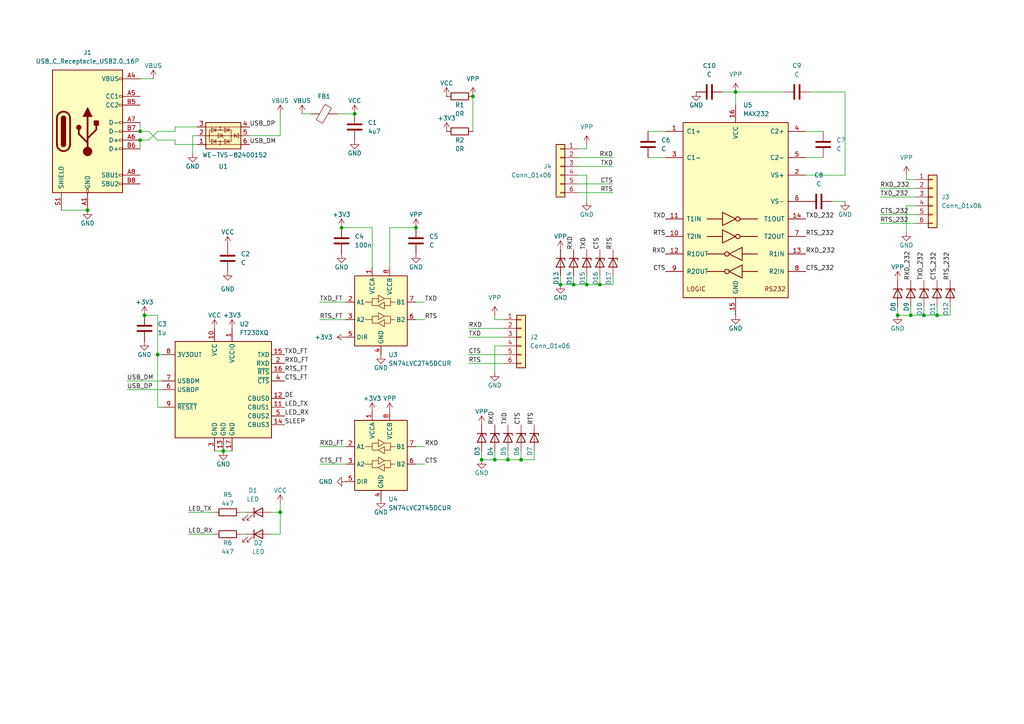
<source format=kicad_sch>
(kicad_sch (version 20250114) (generator "eeschema") (generator_version "9.0")
  (paper "A4")
  (lib_symbols
    (symbol "Connector:USB_C_Receptacle_USB2.0_16P" (pin_names (offset 1.016))
      (property "Reference" "J" (at 0 22.225 0))
      (property "Value" "USB_C_Receptacle_USB2.0_16P" (at 0 19.685 0))
      (symbol "USB_C_Receptacle_USB2.0_16P_0_0"
        (rectangle (start -0.254 -17.78) (end 0.254 -16.764))
        (rectangle (start 10.16 15.494) (end 9.144 14.986))
        (rectangle (start 10.16 10.414) (end 9.144 9.906))
        (rectangle (start 10.16 7.874) (end 9.144 7.366))
        (rectangle (start 10.16 2.794) (end 9.144 2.286))
        (rectangle (start 10.16 0.254) (end 9.144 -0.254))
        (rectangle (start 10.16 -2.286) (end 9.144 -2.794))
        (rectangle (start 10.16 -4.826) (end 9.144 -5.334))
        (rectangle (start 10.16 -12.446) (end 9.144 -12.954))
        (rectangle (start 10.16 -14.986) (end 9.144 -15.494))
      )
      (symbol "USB_C_Receptacle_USB2.0_16P_0_1"
        (rectangle (start -10.16 17.78) (end 10.16 -17.78) (stroke (width 0.254)) (fill (type background)))
        (polyline (pts (xy -8.89 -3.81) (xy -8.89 3.81)) (stroke (width 0.508)))
        (rectangle (start -7.62 -3.81) (end -6.35 3.81) (stroke (width 0.254)) (fill (type outline)))
        (arc (start -7.62 3.81) (mid -6.985 4.4423) (end -6.35 3.81) (stroke (width 0.254)))
        (arc (start -7.62 3.81) (mid -6.985 4.4423) (end -6.35 3.81) (stroke (width 0.254)) (fill (type outline)))
        (arc (start -8.89 3.81) (mid -6.985 5.7067) (end -5.08 3.81) (stroke (width 0.508)))
        (arc (start -5.08 -3.81) (mid -6.985 -5.7067) (end -8.89 -3.81) (stroke (width 0.508)))
        (arc (start -6.35 -3.81) (mid -6.985 -4.4423) (end -7.62 -3.81) (stroke (width 0.254)))
        (arc (start -6.35 -3.81) (mid -6.985 -4.4423) (end -7.62 -3.81) (stroke (width 0.254)) (fill (type outline)))
        (polyline (pts (xy -5.08 3.81) (xy -5.08 -3.81)) (stroke (width 0.508)))
        (circle (center -2.54 1.143) (radius 0.635) (stroke (width 0.254)) (fill (type outline)))
        (polyline (pts (xy -1.27 4.318) (xy 0 6.858) (xy 1.27 4.318) (xy -1.27 4.318)) (stroke (width 0.254)) (fill (type outline)))
        (polyline (pts (xy 0 -2.032) (xy 2.54 0.508) (xy 2.54 1.778)) (stroke (width 0.508)))
        (polyline (pts (xy 0 -3.302) (xy -2.54 -0.762) (xy -2.54 0.508)) (stroke (width 0.508)))
        (polyline (pts (xy 0 -5.842) (xy 0 4.318)) (stroke (width 0.508)))
        (circle (center 0 -5.842) (radius 1.27) (fill (type outline)))
        (rectangle (start 1.905 1.778) (end 3.175 3.048) (stroke (width 0.254)) (fill (type outline)))
      )
      (symbol "USB_C_Receptacle_USB2.0_16P_1_1"
        (pin passive line (at -7.62 -22.86 90) (length 5.08) (name "SHIELD") (number "S1"))
        (pin passive line (at 0 -22.86 90) (length 5.08) (name "GND") (number "A1"))
        (pin passive line (at 0 -22.86 90) (length 5.08) (hide yes) (name "GND") (number "A12"))
        (pin passive line (at 0 -22.86 90) (length 5.08) (hide yes) (name "GND") (number "B1"))
        (pin passive line (at 0 -22.86 90) (length 5.08) (hide yes) (name "GND") (number "B12"))
        (pin passive line (at 15.24 15.24 180) (length 5.08) (name "VBUS") (number "A4"))
        (pin passive line (at 15.24 15.24 180) (length 5.08) (hide yes) (name "VBUS") (number "A9"))
        (pin passive line (at 15.24 15.24 180) (length 5.08) (hide yes) (name "VBUS") (number "B4"))
        (pin passive line (at 15.24 15.24 180) (length 5.08) (hide yes) (name "VBUS") (number "B9"))
        (pin bidirectional line (at 15.24 10.16 180) (length 5.08) (name "CC1") (number "A5"))
        (pin bidirectional line (at 15.24 7.62 180) (length 5.08) (name "CC2") (number "B5"))
        (pin bidirectional line (at 15.24 2.54 180) (length 5.08) (name "D-") (number "A7"))
        (pin bidirectional line (at 15.24 0 180) (length 5.08) (name "D-") (number "B7"))
        (pin bidirectional line (at 15.24 -2.54 180) (length 5.08) (name "D+") (number "A6"))
        (pin bidirectional line (at 15.24 -5.08 180) (length 5.08) (name "D+") (number "B6"))
        (pin bidirectional line (at 15.24 -12.7 180) (length 5.08) (name "SBU1") (number "A8"))
        (pin bidirectional line (at 15.24 -15.24 180) (length 5.08) (name "SBU2") (number "B8"))
      )
    )
    (symbol "Connector_Generic:Conn_01x06" (pin_names (offset 1.016) (hide yes))
      (property "Reference" "J" (at 0 7.62 0))
      (property "Value" "Conn_01x06" (at 0 -10.16 0))
      (symbol "Conn_01x06_1_1"
        (rectangle (start -1.27 6.35) (end 1.27 -8.89) (stroke (width 0.254)) (fill (type background)))
        (rectangle (start -1.27 5.207) (end 0 4.953) (stroke (width 0.1524)))
        (rectangle (start -1.27 2.667) (end 0 2.413) (stroke (width 0.1524)))
        (rectangle (start -1.27 0.127) (end 0 -0.127) (stroke (width 0.1524)))
        (rectangle (start -1.27 -2.413) (end 0 -2.667) (stroke (width 0.1524)))
        (rectangle (start -1.27 -4.953) (end 0 -5.207) (stroke (width 0.1524)))
        (rectangle (start -1.27 -7.493) (end 0 -7.747) (stroke (width 0.1524)))
        (pin passive line (at -5.08 5.08 0) (length 3.81) (name "Pin_1") (number "1"))
        (pin passive line (at -5.08 2.54 0) (length 3.81) (name "Pin_2") (number "2"))
        (pin passive line (at -5.08 0 0) (length 3.81) (name "Pin_3") (number "3"))
        (pin passive line (at -5.08 -2.54 0) (length 3.81) (name "Pin_4") (number "4"))
        (pin passive line (at -5.08 -5.08 0) (length 3.81) (name "Pin_5") (number "5"))
        (pin passive line (at -5.08 -7.62 0) (length 3.81) (name "Pin_6") (number "6"))
      )
    )
    (symbol "Device:C" (pin_numbers (hide yes)) (pin_names (offset 0.254))
      (property "Reference" "C" (at 0.635 2.54 0))
      (property "Value" "C" (at 0.635 -2.54 0))
      (symbol "C_0_1"
        (polyline (pts (xy -2.032 0.762) (xy 2.032 0.762)) (stroke (width 0.508)))
        (polyline (pts (xy -2.032 -0.762) (xy 2.032 -0.762)) (stroke (width 0.508)))
      )
      (symbol "C_1_1"
        (pin passive line (at 0 3.81 270) (length 2.794) (name "~") (number "1"))
        (pin passive line (at 0 -3.81 90) (length 2.794) (name "~") (number "2"))
      )
    )
    (symbol "Device:D_Zener" (pin_numbers (hide yes)) (pin_names (offset 1.016) (hide yes))
      (property "Reference" "D" (at 0 2.54 0))
      (property "Value" "D_Zener" (at 0 -2.54 0))
      (symbol "D_Zener_0_1"
        (polyline (pts (xy -1.27 -1.27) (xy -1.27 1.27) (xy -0.762 1.27)) (stroke (width 0.254)))
        (polyline (pts (xy 1.27 0) (xy -1.27 0)))
        (polyline (pts (xy 1.27 -1.27) (xy 1.27 1.27) (xy -1.27 0) (xy 1.27 -1.27)) (stroke (width 0.254)))
      )
      (symbol "D_Zener_1_1"
        (pin passive line (at -3.81 0 0) (length 2.54) (name "K") (number "1"))
        (pin passive line (at 3.81 0 180) (length 2.54) (name "A") (number "2"))
      )
    )
    (symbol "Device:FerriteBead" (pin_numbers (hide yes)) (pin_names (offset 0))
      (property "Reference" "FB" (at -3.81 0.635 90))
      (property "Value" "FerriteBead" (at 3.81 0 90))
      (symbol "FerriteBead_0_1"
        (polyline (pts (xy -2.7686 0.4064) (xy -1.7018 2.2606) (xy 2.7686 -0.3048) (xy 1.6764 -2.159) (xy -2.7686 0.4064)))
        (polyline (pts (xy 0 1.27) (xy 0 1.2954)))
        (polyline (pts (xy 0 -1.27) (xy 0 -1.2192)))
      )
      (symbol "FerriteBead_1_1"
        (pin passive line (at 0 3.81 270) (length 2.54) (name "~") (number "1"))
        (pin passive line (at 0 -3.81 90) (length 2.54) (name "~") (number "2"))
      )
    )
    (symbol "Device:LED" (pin_numbers (hide yes)) (pin_names (offset 1.016) (hide yes))
      (property "Reference" "D" (at 0 2.54 0))
      (property "Value" "LED" (at 0 -2.54 0))
      (symbol "LED_0_1"
        (polyline (pts (xy -3.048 -0.762) (xy -4.572 -2.286) (xy -3.81 -2.286) (xy -4.572 -2.286) (xy -4.572 -1.524)))
        (polyline (pts (xy -1.778 -0.762) (xy -3.302 -2.286) (xy -2.54 -2.286) (xy -3.302 -2.286) (xy -3.302 -1.524)))
        (polyline (pts (xy -1.27 0) (xy 1.27 0)))
        (polyline (pts (xy -1.27 -1.27) (xy -1.27 1.27)) (stroke (width 0.254)))
        (polyline (pts (xy 1.27 -1.27) (xy 1.27 1.27) (xy -1.27 0) (xy 1.27 -1.27)) (stroke (width 0.254)))
      )
      (symbol "LED_1_1"
        (pin passive line (at -3.81 0 0) (length 2.54) (name "K") (number "1"))
        (pin passive line (at 3.81 0 180) (length 2.54) (name "A") (number "2"))
      )
    )
    (symbol "Device:R" (pin_numbers (hide yes)) (pin_names (offset 0))
      (property "Reference" "R" (at 2.032 0 90))
      (property "Value" "R" (at 0 0 90))
      (symbol "R_0_1"
        (rectangle (start -1.016 -2.54) (end 1.016 2.54) (stroke (width 0.254)))
      )
      (symbol "R_1_1"
        (pin passive line (at 0 3.81 270) (length 1.27) (name "~") (number "1"))
        (pin passive line (at 0 -3.81 90) (length 1.27) (name "~") (number "2"))
      )
    )
    (symbol "GND_1" (power) (pin_numbers (hide yes)) (pin_names (offset 0) (hide yes))
      (property "Value" "GND" (at 0 -3.81 0))
      (symbol "GND_1_0_1"
        (polyline (pts (xy 0 0) (xy 0 -1.27) (xy 1.27 -1.27) (xy 0 -2.54) (xy -1.27 -1.27) (xy 0 -1.27)))
      )
      (symbol "GND_1_1_1"
        (pin power_in line (at 0 0 270) (length 0) (name "~") (number "1"))
      )
    )
    (symbol "Interface_UART:MAX232" (pin_names (offset 1.016))
      (property "Reference" "U" (at -2.54 28.575 0))
      (property "Value" "MAX232" (at -2.54 26.67 0))
      (symbol "MAX232_0_0"
        (text "LOGIC" (at -11.43 -22.86 0) (effects (font (size 1.27 1.27))))
        (text "RS232" (at 11.43 -22.86 0) (effects (font (size 1.27 1.27))))
      )
      (symbol "MAX232_0_1"
        (rectangle (start -15.24 -25.4) (end 15.24 25.4) (stroke (width 0.254)) (fill (type background)))
        (polyline (pts (xy -3.81 -0.635) (xy -3.81 -4.445) (xy 0 -2.54) (xy -3.81 -0.635)) (stroke (width 0.254)))
        (polyline (pts (xy -3.81 -2.54) (xy -8.255 -2.54)) (stroke (width 0.254)))
        (polyline (pts (xy -3.81 -5.715) (xy -3.81 -9.525) (xy 0 -7.62) (xy -3.81 -5.715)) (stroke (width 0.254)))
        (polyline (pts (xy -3.81 -7.62) (xy -8.255 -7.62)) (stroke (width 0.254)))
        (polyline (pts (xy -3.175 -12.7) (xy -8.255 -12.7)) (stroke (width 0.254)))
        (polyline (pts (xy -3.175 -17.78) (xy -8.255 -17.78)) (stroke (width 0.254)))
        (circle (center -2.54 -12.7) (radius 0.635) (stroke (width 0.254)))
        (circle (center -2.54 -17.78) (radius 0.635) (stroke (width 0.254)))
        (circle (center 0.635 -2.54) (radius 0.635) (stroke (width 0.254)))
        (circle (center 0.635 -7.62) (radius 0.635) (stroke (width 0.254)))
        (polyline (pts (xy 1.27 -2.54) (xy 6.35 -2.54)) (stroke (width 0.254)))
        (polyline (pts (xy 1.27 -7.62) (xy 6.35 -7.62)) (stroke (width 0.254)))
        (polyline (pts (xy 1.905 -10.795) (xy 1.905 -14.605) (xy -1.905 -12.7) (xy 1.905 -10.795)) (stroke (width 0.254)))
        (polyline (pts (xy 1.905 -12.7) (xy 6.35 -12.7)) (stroke (width 0.254)))
        (polyline (pts (xy 1.905 -15.875) (xy 1.905 -19.685) (xy -1.905 -17.78) (xy 1.905 -15.875)) (stroke (width 0.254)))
        (polyline (pts (xy 1.905 -17.78) (xy 6.35 -17.78)) (stroke (width 0.254)))
      )
      (symbol "MAX232_1_1"
        (pin passive line (at -20.32 22.86 0) (length 5.08) (name "C1+") (number "1"))
        (pin passive line (at -20.32 15.24 0) (length 5.08) (name "C1-") (number "3"))
        (pin input line (at -20.32 -2.54 0) (length 5.08) (name "T1IN") (number "11"))
        (pin input line (at -20.32 -7.62 0) (length 5.08) (name "T2IN") (number "10"))
        (pin output line (at -20.32 -12.7 0) (length 5.08) (name "R1OUT") (number "12"))
        (pin output line (at -20.32 -17.78 0) (length 5.08) (name "R2OUT") (number "9"))
        (pin power_in line (at 0 30.48 270) (length 5.08) (name "VCC") (number "16"))
        (pin power_in line (at 0 -30.48 90) (length 5.08) (name "GND") (number "15"))
        (pin passive line (at 20.32 22.86 180) (length 5.08) (name "C2+") (number "4"))
        (pin passive line (at 20.32 15.24 180) (length 5.08) (name "C2-") (number "5"))
        (pin power_out line (at 20.32 10.16 180) (length 5.08) (name "VS+") (number "2"))
        (pin power_out line (at 20.32 2.54 180) (length 5.08) (name "VS-") (number "6"))
        (pin output line (at 20.32 -2.54 180) (length 5.08) (name "T1OUT") (number "14"))
        (pin output line (at 20.32 -7.62 180) (length 5.08) (name "T2OUT") (number "7"))
        (pin input line (at 20.32 -12.7 180) (length 5.08) (name "R1IN") (number "13"))
        (pin input line (at 20.32 -17.78 180) (length 5.08) (name "R2IN") (number "8"))
      )
    )
    (symbol "Interface_USB:FT230XQ"
      (property "Reference" "U" (at -13.97 15.24 0))
      (property "Value" "FT230XQ" (at 7.62 15.24 0))
      (symbol "FT230XQ_0_1"
        (rectangle (start -13.97 13.97) (end 13.97 -13.97) (stroke (width 0.254)) (fill (type background)))
      )
      (symbol "FT230XQ_1_1"
        (pin power_out line (at -17.78 10.16 0) (length 3.81) (name "3V3OUT") (number "8"))
        (pin bidirectional line (at -17.78 2.54 0) (length 3.81) (name "USBDM") (number "7"))
        (pin bidirectional line (at -17.78 0 0) (length 3.81) (name "USBDP") (number "6"))
        (pin input line (at -17.78 -5.08 0) (length 3.81) (name "~{RESET}") (number "9"))
        (pin power_in line (at -2.54 17.78 270) (length 3.81) (name "VCC") (number "10"))
        (pin power_in line (at -2.54 -17.78 90) (length 3.81) (name "GND") (number "3"))
        (pin power_in line (at 0 -17.78 90) (length 3.81) (name "GND") (number "13"))
        (pin power_in line (at 2.54 17.78 270) (length 3.81) (name "VCCIO") (number "1"))
        (pin power_in line (at 2.54 -17.78 90) (length 3.81) (name "GND") (number "17"))
        (pin output line (at 17.78 10.16 180) (length 3.81) (name "TXD") (number "15"))
        (pin input line (at 17.78 7.62 180) (length 3.81) (name "RXD") (number "2"))
        (pin output line (at 17.78 5.08 180) (length 3.81) (name "~{RTS}") (number "16"))
        (pin input line (at 17.78 2.54 180) (length 3.81) (name "~{CTS}") (number "4"))
        (pin bidirectional line (at 17.78 -2.54 180) (length 3.81) (name "CBUS0") (number "12"))
        (pin bidirectional line (at 17.78 -5.08 180) (length 3.81) (name "CBUS1") (number "11"))
        (pin bidirectional line (at 17.78 -7.62 180) (length 3.81) (name "CBUS2") (number "5"))
        (pin bidirectional line (at 17.78 -10.16 180) (length 3.81) (name "CBUS3") (number "14"))
      )
    )
    (symbol "Logic_LevelTranslator:SN74LVC2T45DCUR"
      (property "Reference" "U" (at -6.35 11.43 0))
      (property "Value" "SN74LVC2T45DCUR" (at 3.81 11.43 0))
      (symbol "SN74LVC2T45DCUR_0_1"
        (rectangle (start -7.62 10.16) (end 7.62 -10.16) (stroke (width 0.254)) (fill (type background)))
        (polyline (pts (xy -2.54 2.54) (xy -2.54 3.556) (xy -0.762 3.556)))
        (polyline (pts (xy -0.762 2.54) (xy -0.762 4.572) (xy 1.016 3.556) (xy -0.762 2.54)))
        (polyline (pts (xy -0.762 1.524) (xy -2.54 1.524) (xy -2.54 2.54) (xy -4.572 2.54)))
        (polyline (pts (xy 1.016 3.556) (xy 2.794 3.556) (xy 2.794 2.54) (xy 4.064 2.54)))
        (polyline (pts (xy 1.016 2.54) (xy 1.016 0.762) (xy 1.016 0.508) (xy -0.762 1.524) (xy 1.016 2.54)))
        (polyline (pts (xy 2.794 2.54) (xy 2.794 1.524) (xy 1.016 1.524)))
      )
      (symbol "SN74LVC2T45DCUR_1_1"
        (polyline (pts (xy -2.54 -2.54) (xy -2.54 -1.524) (xy -0.762 -1.524)))
        (polyline (pts (xy -0.762 -2.54) (xy -0.762 -0.508) (xy 1.016 -1.524) (xy -0.762 -2.54)))
        (polyline (pts (xy -0.762 -3.556) (xy -2.54 -3.556) (xy -2.54 -2.54) (xy -4.572 -2.54)))
        (polyline (pts (xy 1.016 -1.524) (xy 2.794 -1.524) (xy 2.794 -2.54) (xy 4.064 -2.54)))
        (polyline (pts (xy 1.016 -2.54) (xy 1.016 -4.318) (xy 1.016 -4.572) (xy -0.762 -3.556) (xy 1.016 -2.54)))
        (polyline (pts (xy 2.794 -2.54) (xy 2.794 -3.556) (xy 1.016 -3.556)))
        (pin bidirectional line (at -10.16 2.54 0) (length 2.54) (name "A1") (number "2"))
        (pin bidirectional line (at -10.16 -2.54 0) (length 2.54) (name "A2") (number "3"))
        (pin input line (at -10.16 -7.62 0) (length 2.54) (name "DIR") (number "5"))
        (pin power_in line (at -2.54 12.7 270) (length 2.54) (name "VCCA") (number "1"))
        (pin power_in line (at 0 -12.7 90) (length 2.54) (name "GND") (number "4"))
        (pin power_in line (at 2.54 12.7 270) (length 2.54) (name "VCCB") (number "8"))
        (pin bidirectional line (at 10.16 2.54 180) (length 2.54) (name "B1") (number "7"))
        (pin bidirectional line (at 10.16 -2.54 180) (length 2.54) (name "B2") (number "6"))
      )
    )
    (symbol "Power_Protection:WE-TVS-82400102"
      (property "Reference" "U" (at 0 7.62 0))
      (property "Value" "WE-TVS-82400102" (at 0 5.08 0))
      (symbol "WE-TVS-82400102_0_1"
        (polyline (pts (xy -5.08 2.54) (xy 5.08 2.54)))
        (polyline (pts (xy -5.08 -2.54) (xy 5.08 -2.54)))
        (rectangle (start -4.064 1.651) (end 2.286 -1.651))
        (circle (center -4.064 0) (radius 0.127))
        (polyline (pts (xy -4.064 0) (xy -5.08 0)))
        (polyline (pts (xy -4.064 0) (xy 2.286 0)) (fill (type outline)))
        (polyline (pts (xy -3.429 1.016) (xy -3.429 2.286) (xy -2.159 1.651) (xy -3.429 1.016)))
        (polyline (pts (xy -3.429 -1.016) (xy -3.429 -2.286) (xy -2.159 -1.651) (xy -3.429 -1.016)))
        (polyline (pts (xy -2.159 2.286) (xy -2.159 1.016)))
        (polyline (pts (xy -2.159 -1.016) (xy -2.159 -2.286)))
        (circle (center -0.889 2.54) (radius 0.127))
        (circle (center -0.889 1.651) (radius 0.127))
        (polyline (pts (xy -0.889 1.651) (xy -0.889 2.54)))
        (circle (center -0.889 -1.651) (radius 0.127))
        (polyline (pts (xy -0.889 -1.651) (xy -0.889 -2.413)))
        (circle (center -0.889 -2.54) (radius 0.127))
        (polyline (pts (xy -0.508 -0.635) (xy -0.508 -0.635)))
        (polyline (pts (xy 0 0.635) (xy -0.254 0.381) (xy -0.254 -0.381) (xy -0.508 -0.635)))
        (polyline (pts (xy 0.381 1.016) (xy 0.381 2.286) (xy 1.651 1.651) (xy 0.381 1.016)))
        (polyline (pts (xy 0.381 -1.016) (xy 0.381 -2.286) (xy 1.651 -1.651) (xy 0.381 -1.016)))
        (polyline (pts (xy 1.651 2.286) (xy 1.651 1.016)))
        (polyline (pts (xy 1.651 -1.016) (xy 1.651 -2.286)))
        (polyline (pts (xy 2.286 0) (xy 5.08 0)))
        (circle (center 2.286 0) (radius 0.127))
      )
      (symbol "WE-TVS-82400102_1_1"
        (rectangle (start -5.08 3.81) (end 5.08 -3.81) (stroke (width 0.254)) (fill (type background)))
        (polyline (pts (xy -1.524 0.635) (xy -1.524 -0.635) (xy -0.254 0) (xy -1.524 0.635)))
        (polyline (pts (xy 3.175 0.635) (xy 3.175 -0.635)))
        (polyline (pts (xy 4.445 0.635) (xy 4.445 -0.635) (xy 3.175 0) (xy 4.445 0.635)))
        (pin passive line (at -7.62 2.54 0) (length 2.54) (name "~") (number "1"))
        (pin passive line (at -7.62 0 0) (length 2.54) (name "~") (number "2"))
        (pin passive line (at -7.62 -2.54 0) (length 2.54) (name "~") (number "3"))
        (pin passive line (at 7.62 2.54 180) (length 2.54) (name "~") (number "6"))
        (pin passive line (at 7.62 0 180) (length 2.54) (name "~") (number "5"))
        (pin passive line (at 7.62 -2.54 180) (length 2.54) (name "~") (number "4"))
      )
    )
    (symbol "VCC_1" (power) (pin_numbers (hide yes)) (pin_names (offset 0) (hide yes))
      (property "Value" "VCC" (at 0 3.556 0))
      (symbol "VCC_1_0_1"
        (polyline (pts (xy -0.762 1.27) (xy 0 2.54)))
        (polyline (pts (xy 0 2.54) (xy 0.762 1.27)))
        (polyline (pts (xy 0 0) (xy 0 2.54)))
      )
      (symbol "VCC_1_1_1"
        (pin power_in line (at 0 0 90) (length 0) (name "~") (number "1"))
      )
    )
    (symbol "VCC_2" (power) (pin_numbers (hide yes)) (pin_names (offset 0) (hide yes))
      (property "Value" "VCC" (at 0 3.556 0))
      (symbol "VCC_2_0_1"
        (polyline (pts (xy -0.762 1.27) (xy 0 2.54)))
        (polyline (pts (xy 0 2.54) (xy 0.762 1.27)))
        (polyline (pts (xy 0 0) (xy 0 2.54)))
      )
      (symbol "VCC_2_1_1"
        (pin power_in line (at 0 0 90) (length 0) (name "~") (number "1"))
      )
    )
    (symbol "VCC_3" (power) (pin_numbers (hide yes)) (pin_names (offset 0) (hide yes))
      (property "Value" "VCC" (at 0 3.556 0))
      (symbol "VCC_3_0_1"
        (polyline (pts (xy -0.762 1.27) (xy 0 2.54)))
        (polyline (pts (xy 0 2.54) (xy 0.762 1.27)))
        (polyline (pts (xy 0 0) (xy 0 2.54)))
      )
      (symbol "VCC_3_1_1"
        (pin power_in line (at 0 0 90) (length 0) (name "~") (number "1"))
      )
    )
    (symbol "power:+3V3" (power) (pin_names (offset 0))
      (property "Value" "+3V3" (at 0 3.556 0))
      (symbol "+3V3_0_1"
        (polyline (pts (xy -0.762 1.27) (xy 0 2.54)))
        (polyline (pts (xy 0 2.54) (xy 0.762 1.27)))
        (polyline (pts (xy 0 0) (xy 0 2.54)))
      )
      (symbol "+3V3_1_1"
        (pin power_in line (at 0 0 90) (length 0) (hide yes) (name "+3V3") (number "1"))
      )
    )
    (symbol "power:GND" (power) (pin_names (offset 0))
      (property "Value" "GND" (at 0 -3.81 0))
      (symbol "GND_0_1"
        (polyline (pts (xy 0 0) (xy 0 -1.27) (xy 1.27 -1.27) (xy 0 -2.54) (xy -1.27 -1.27) (xy 0 -1.27)))
      )
      (symbol "GND_1_1"
        (pin power_in line (at 0 0 270) (length 0) (hide yes) (name "GND") (number "1"))
      )
    )
    (symbol "power:GNDS" (power) (pin_names (offset 0))
      (property "Value" "GNDS" (at 0 -3.81 0))
      (symbol "GNDS_0_1"
        (polyline (pts (xy 0 0) (xy 0 -1.27) (xy 1.27 -1.27) (xy 0 -2.54) (xy -1.27 -1.27) (xy 0 -1.27)))
      )
      (symbol "GNDS_1_1"
        (pin power_in line (at 0 0 270) (length 0) (hide yes) (name "GNDS") (number "1"))
      )
    )
    (symbol "power:VBUS" (power) (pin_names (offset 0))
      (property "Value" "VBUS" (at 0 3.81 0))
      (symbol "VBUS_0_1"
        (polyline (pts (xy -0.762 1.27) (xy 0 2.54)))
        (polyline (pts (xy 0 2.54) (xy 0.762 1.27)))
        (polyline (pts (xy 0 0) (xy 0 2.54)))
      )
      (symbol "VBUS_1_1"
        (pin power_in line (at 0 0 90) (length 0) (hide yes) (name "VBUS") (number "1"))
      )
    )
    (symbol "power:VCC" (power) (pin_names (offset 0))
      (property "Value" "VCC" (at 0 3.81 0))
      (symbol "VCC_0_1"
        (polyline (pts (xy -0.762 1.27) (xy 0 2.54)))
        (polyline (pts (xy 0 2.54) (xy 0.762 1.27)))
        (polyline (pts (xy 0 0) (xy 0 2.54)))
      )
      (symbol "VCC_1_1"
        (pin power_in line (at 0 0 90) (length 0) (hide yes) (name "VCC") (number "1"))
      )
    )
    (symbol "power:VPP" (power) (pin_names (offset 0))
      (property "Value" "VDDS" (at 0 5.08 0))
      (symbol "VPP_0_1"
        (polyline (pts (xy -0.762 1.27) (xy 0 2.54)))
        (polyline (pts (xy 0 2.54) (xy 0.762 1.27)))
        (polyline (pts (xy 0 0) (xy 0 2.54)))
      )
      (symbol "VPP_1_1"
        (pin power_in line (at 0 0 90) (length 0) (hide yes) (name "VPP") (number "1"))
      )
    )
  )
  (junction (at 264.16 91.44))
  (junction (at 45.72 102.87))
  (junction (at 64.77 130.81))
  (junction (at 99.06 66.04))
  (junction (at 40.64 40.64))
  (junction (at 173.99 82.55))
  (junction (at 267.97 91.44))
  (junction (at 120.65 66.04))
  (junction (at 25.4 60.96))
  (junction (at 271.78 91.44))
  (junction (at 166.37 82.55))
  (junction (at 40.64 38.1))
  (junction (at 147.32 133.35))
  (junction (at 151.13 133.35))
  (junction (at 213.36 26.67))
  (junction (at 81.28 148.59))
  (junction (at 260.35 91.44))
  (junction (at 41.91 91.44))
  (junction (at 139.7 133.35))
  (junction (at 137.16 27.94))
  (junction (at 162.56 82.55))
  (junction (at 170.18 82.55))
  (junction (at 102.87 33.02))
  (junction (at 143.51 133.35))
  (wire (pts (xy 262.89 59.69) (xy 265.43 59.69)))
  (wire (pts (xy 245.11 26.67) (xy 245.11 50.8)))
  (wire (pts (xy 147.32 133.35) (xy 151.13 133.35)))
  (wire (pts (xy 123.19 87.63) (xy 120.65 87.63)))
  (wire (pts (xy 36.83 113.03) (xy 46.99 113.03)))
  (wire (pts (xy 137.16 27.94) (xy 137.16 38.1)))
  (wire (pts (xy 36.83 110.49) (xy 46.99 110.49)))
  (wire (pts (xy 275.59 91.44) (xy 275.59 88.9)))
  (wire (pts (xy 123.19 134.62) (xy 120.65 134.62)))
  (wire (pts (xy 45.72 91.44) (xy 45.72 102.87)))
  (wire (pts (xy 166.37 82.55) (xy 170.18 82.55)))
  (wire (pts (xy 92.71 129.54) (xy 100.33 129.54)))
  (wire (pts (xy 92.71 92.71) (xy 100.33 92.71)))
  (wire (pts (xy 151.13 133.35) (xy 151.13 130.81)))
  (wire (pts (xy 139.7 133.35) (xy 143.51 133.35)))
  (wire (pts (xy 177.8 45.72) (xy 167.64 45.72)))
  (wire (pts (xy 57.15 39.37) (xy 55.88 39.37)))
  (wire (pts (xy 255.27 64.77) (xy 265.43 64.77)))
  (wire (pts (xy 162.56 82.55) (xy 166.37 82.55)))
  (wire (pts (xy 54.61 148.59) (xy 62.23 148.59)))
  (wire (pts (xy 255.27 62.23) (xy 265.43 62.23)))
  (wire (pts (xy 50.8 36.83) (xy 50.8 38.1)))
  (wire (pts (xy 177.8 48.26) (xy 167.64 48.26)))
  (wire (pts (xy 255.27 57.15) (xy 265.43 57.15)))
  (wire (pts (xy 170.18 43.18) (xy 167.64 43.18)))
  (wire (pts (xy 97.79 33.02) (xy 102.87 33.02)))
  (wire (pts (xy 166.37 82.55) (xy 166.37 80.01)))
  (wire (pts (xy 46.99 118.11) (xy 45.72 118.11)))
  (wire (pts (xy 177.8 53.34) (xy 167.64 53.34)))
  (wire (pts (xy 177.8 55.88) (xy 167.64 55.88)))
  (wire (pts (xy 92.71 87.63) (xy 100.33 87.63)))
  (wire (pts (xy 71.12 148.59) (xy 69.85 148.59)))
  (wire (pts (xy 45.72 102.87) (xy 46.99 102.87)))
  (wire (pts (xy 143.51 92.71) (xy 146.05 92.71)))
  (wire (pts (xy 271.78 91.44) (xy 275.59 91.44)))
  (wire (pts (xy 264.16 91.44) (xy 267.97 91.44)))
  (wire (pts (xy 40.64 38.1) (xy 43.18 38.1)))
  (wire (pts (xy 40.64 22.86) (xy 44.45 22.86)))
  (wire (pts (xy 62.23 130.81) (xy 64.77 130.81)))
  (wire (pts (xy 170.18 41.91) (xy 170.18 43.18)))
  (wire (pts (xy 267.97 91.44) (xy 271.78 91.44)))
  (wire (pts (xy 71.12 154.94) (xy 69.85 154.94)))
  (wire (pts (xy 81.28 146.05) (xy 81.28 148.59)))
  (wire (pts (xy 170.18 58.42) (xy 170.18 50.8)))
  (wire (pts (xy 173.99 82.55) (xy 173.99 80.01)))
  (wire (pts (xy 260.35 91.44) (xy 260.35 88.9)))
  (wire (pts (xy 170.18 82.55) (xy 170.18 80.01)))
  (wire (pts (xy 72.39 39.37) (xy 81.28 39.37)))
  (wire (pts (xy 213.36 26.67) (xy 227.33 26.67)))
  (wire (pts (xy 55.88 39.37) (xy 55.88 44.45)))
  (wire (pts (xy 113.03 77.47) (xy 113.03 66.04)))
  (wire (pts (xy 41.91 91.44) (xy 45.72 91.44)))
  (wire (pts (xy 45.72 118.11) (xy 45.72 102.87)))
  (wire (pts (xy 262.89 52.07) (xy 265.43 52.07)))
  (wire (pts (xy 50.8 41.91) (xy 57.15 41.91)))
  (wire (pts (xy 177.8 82.55) (xy 177.8 80.01)))
  (wire (pts (xy 135.89 102.87) (xy 146.05 102.87)))
  (wire (pts (xy 234.95 26.67) (xy 245.11 26.67)))
  (wire (pts (xy 170.18 50.8) (xy 167.64 50.8)))
  (wire (pts (xy 143.51 133.35) (xy 143.51 130.81)))
  (wire (pts (xy 139.7 133.35) (xy 139.7 130.81)))
  (wire (pts (xy 260.35 91.44) (xy 264.16 91.44)))
  (wire (pts (xy 87.63 33.02) (xy 90.17 33.02)))
  (wire (pts (xy 264.16 91.44) (xy 264.16 88.9)))
  (wire (pts (xy 135.89 97.79) (xy 146.05 97.79)))
  (wire (pts (xy 143.51 133.35) (xy 147.32 133.35)))
  (wire (pts (xy 54.61 154.94) (xy 62.23 154.94)))
  (wire (pts (xy 162.56 82.55) (xy 162.56 80.01)))
  (wire (pts (xy 151.13 133.35) (xy 154.94 133.35)))
  (wire (pts (xy 143.51 107.95) (xy 143.51 100.33)))
  (wire (pts (xy 45.72 40.64) (xy 43.18 38.1)))
  (wire (pts (xy 40.64 35.56) (xy 40.64 38.1)))
  (wire (pts (xy 170.18 82.55) (xy 173.99 82.55)))
  (wire (pts (xy 262.89 67.31) (xy 262.89 59.69)))
  (wire (pts (xy 143.51 91.44) (xy 143.51 92.71)))
  (wire (pts (xy 40.64 40.64) (xy 40.64 43.18)))
  (wire (pts (xy 233.68 38.1) (xy 238.76 38.1)))
  (wire (pts (xy 107.95 66.04) (xy 99.06 66.04)))
  (wire (pts (xy 17.78 60.96) (xy 25.4 60.96)))
  (wire (pts (xy 245.11 58.42) (xy 241.3 58.42)))
  (wire (pts (xy 233.68 45.72) (xy 238.76 45.72)))
  (wire (pts (xy 233.68 50.8) (xy 245.11 50.8)))
  (wire (pts (xy 187.96 38.1) (xy 193.04 38.1)))
  (wire (pts (xy 271.78 91.44) (xy 271.78 88.9)))
  (wire (pts (xy 113.03 66.04) (xy 120.65 66.04)))
  (wire (pts (xy 135.89 105.41) (xy 146.05 105.41)))
  (wire (pts (xy 92.71 134.62) (xy 100.33 134.62)))
  (wire (pts (xy 135.89 95.25) (xy 146.05 95.25)))
  (wire (pts (xy 78.74 154.94) (xy 81.28 154.94)))
  (wire (pts (xy 45.72 40.64) (xy 50.8 40.64)))
  (wire (pts (xy 64.77 130.81) (xy 67.31 130.81)))
  (wire (pts (xy 81.28 39.37) (xy 81.28 33.02)))
  (wire (pts (xy 78.74 148.59) (xy 81.28 148.59)))
  (wire (pts (xy 81.28 148.59) (xy 81.28 154.94)))
  (wire (pts (xy 123.19 129.54) (xy 120.65 129.54)))
  (wire (pts (xy 40.64 40.64) (xy 43.18 40.64)))
  (wire (pts (xy 107.95 77.47) (xy 107.95 66.04)))
  (wire (pts (xy 209.55 26.67) (xy 213.36 26.67)))
  (wire (pts (xy 57.15 36.83) (xy 50.8 36.83)))
  (wire (pts (xy 173.99 82.55) (xy 177.8 82.55)))
  (wire (pts (xy 154.94 133.35) (xy 154.94 130.81)))
  (wire (pts (xy 187.96 45.72) (xy 193.04 45.72)))
  (wire (pts (xy 213.36 26.67) (xy 213.36 30.48)))
  (wire (pts (xy 147.32 133.35) (xy 147.32 130.81)))
  (wire (pts (xy 267.97 91.44) (xy 267.97 88.9)))
  (wire (pts (xy 43.18 40.64) (xy 45.72 38.1)))
  (wire (pts (xy 45.72 38.1) (xy 50.8 38.1)))
  (wire (pts (xy 262.89 50.8) (xy 262.89 52.07)))
  (wire (pts (xy 50.8 40.64) (xy 50.8 41.91)))
  (wire (pts (xy 143.51 100.33) (xy 146.05 100.33)))
  (wire (pts (xy 123.19 92.71) (xy 120.65 92.71)))
  (wire (pts (xy 255.27 54.61) (xy 265.43 54.61)))
  (label "RTS_232" (at 255.27 64.77 0))
  (label "TXD_232" (at 267.97 81.28 90))
  (label "RXD_FT" (at 82.55 105.41 0))
  (label "RTS_FT" (at 92.71 92.71 0))
  (label "USB_DM" (at 36.83 110.49 0))
  (label "RXD_232" (at 255.27 54.61 0))
  (label "TXD_232" (at 233.68 63.5 0))
  (label "RXD" (at 123.19 129.54 0))
  (label "LED_RX" (at 82.55 120.65 0))
  (label "RXD_FT" (at 92.71 129.54 0))
  (label "TXD" (at 123.19 87.63 0))
  (label "USB_DP" (at 36.83 113.03 0))
  (label "TXD" (at 193.04 63.5 180))
  (label "RXD_232" (at 233.68 73.66 0))
  (label "CTS_FT" (at 92.71 134.62 0))
  (label "LED_RX" (at 54.61 154.94 0))
  (label "RTS" (at 177.8 55.88 180))
  (label "CTS_232" (at 233.68 78.74 0))
  (label "RTS_232" (at 275.59 81.28 90))
  (label "CTS" (at 177.8 53.34 180))
  (label "SLEEP" (at 82.55 123.19 0))
  (label "TXD_232" (at 255.27 57.15 0))
  (label "RXD" (at 166.37 72.39 90))
  (label "CTS" (at 123.19 134.62 0))
  (label "LED_TX" (at 82.55 118.11 0))
  (label "CTS" (at 193.04 78.74 180))
  (label "CTS" (at 135.89 102.87 0))
  (label "TXD" (at 147.32 123.19 90))
  (label "CTS_232" (at 271.78 81.28 90))
  (label "RXD" (at 177.8 45.72 180))
  (label "RTS" (at 154.94 123.19 90))
  (label "TXD_FT" (at 82.55 102.87 0))
  (label "LED_TX" (at 54.61 148.59 0))
  (label "USB_DM" (at 72.39 41.91 0))
  (label "RTS" (at 123.19 92.71 0))
  (label "CTS_FT" (at 82.55 110.49 0))
  (label "RXD_232" (at 264.16 81.28 90))
  (label "DE" (at 82.55 115.57 0))
  (label "RXD" (at 135.89 95.25 0))
  (label "RTS" (at 193.04 68.58 180))
  (label "RTS" (at 177.8 72.39 90))
  (label "TXD" (at 170.18 72.39 90))
  (label "RTS_FT" (at 82.55 107.95 0))
  (label "TXD" (at 177.8 48.26 180))
  (label "CTS" (at 173.99 72.39 90))
  (label "RTS" (at 135.89 105.41 0))
  (label "CTS" (at 151.13 123.19 90))
  (label "RXD" (at 143.51 123.19 90))
  (label "USB_DP" (at 72.39 36.83 0))
  (label "TXD" (at 135.89 97.79 0))
  (label "CTS_232" (at 255.27 62.23 0))
  (label "TXD_FT" (at 92.71 87.63 0))
  (label "RXD" (at 193.04 73.66 180))
  (label "RTS_232" (at 233.68 68.58 0))
  (symbol (lib_name "VCC_3") (lib_id "power:VCC") (at 100.33 97.79 90) (unit 1)
    (property "Reference" "#PWR020" (effects (hide yes)))
    (property "Value" "+3V3" (at 96.52 97.7899 90) (effects (justify left)))
    (property "Description" "Power symbol creates a global label with name \"VCC\"" (effects (hide yes)))
  )
  (symbol (lib_id "Device:R") (at 133.35 38.1 270) (unit 1)
    (property "Reference" "R2" (at 133.35 40.64 90))
    (property "Value" "0R" (at 133.35 43.18 90))
    (property "Footprint" "Resistor_SMD:R_0402_1005Metric" (effects (hide yes)))
  )
  (symbol (lib_id "Connector_Generic:Conn_01x06") (at 162.56 48.26 0) (mirror y) (unit 1)
    (property "Reference" "J4" (at 160.02 48.26 0) (effects (justify left)))
    (property "Value" "Conn_01x06" (at 160.02 50.8 0) (effects (justify left)))
    (property "Footprint" "Connector_PinHeader_2.54mm:PinHeader_1x06_P2.54mm_Vertical" (effects (hide yes)))
  )
  (symbol (lib_id "Connector_Generic:Conn_01x06") (at 151.13 97.79 0) (unit 1)
    (property "Reference" "J2" (at 153.67 97.79 0) (effects (justify left)))
    (property "Value" "Conn_01x06" (at 153.67 100.33 0) (effects (justify left)))
    (property "Footprint" "Connector_PinHeader_2.54mm:PinHeader_1x06_P2.54mm_Horizontal" (effects (hide yes)))
  )
  (symbol (lib_id "Device:LED") (at 74.93 148.59 0) (unit 1)
    (property "Reference" "D1" (at 73.3425 142.24 0))
    (property "Value" "LED" (at 73.3425 144.78 0))
    (property "Footprint" "LED_SMD:LED_0603_1608Metric" (effects (hide yes)))
    (property "text" "TXD" (effects (hide yes)))
  )
  (symbol (lib_id "Device:C") (at 66.04 74.93 0) (unit 1)
    (property "Reference" "C2" (at 69.85 73.66 0) (effects (justify left)))
    (property "Value" "C" (at 69.85 76.2 0) (effects (justify left)))
    (property "Footprint" "Capacitor_SMD:C_0402_1005Metric" (effects (hide yes)))
  )
  (symbol (lib_id "power:GND") (at 64.77 130.81 0) (unit 1)
    (property "Reference" "#PWR021" (effects (hide yes)))
    (property "Value" "GND" (at 64.77 134.62 0))
  )
  (symbol (lib_id "power:GNDS") (at 170.18 58.42 0) (mirror y) (unit 1)
    (property "Reference" "#PWR033" (effects (hide yes)))
    (property "Value" "GND" (at 170.18 62.23 0))
  )
  (symbol (lib_name "VCC_1") (lib_id "power:VCC") (at 99.06 66.04 0) (unit 1)
    (property "Reference" "#PWR08" (effects (hide yes)))
    (property "Value" "+3V3" (at 99.06 62.23 0))
    (property "Description" "Power symbol creates a global label with name \"VCC\"" (effects (hide yes)))
  )
  (symbol (lib_id "Connector:USB_C_Receptacle_USB2.0_16P") (at 25.4 38.1 0) (unit 1)
    (property "Reference" "J1" (at 25.4 15.24 0))
    (property "Value" "USB_C_Receptacle_USB2.0_16P" (at 25.4 17.78 0))
    (property "Footprint" "all_gk_fp_Ki8:USB_C_Receptacle_Wuerth_629722000214" (effects (hide yes)))
    (property "Datasheet" "https://www.usb.org/sites/default/files/documents/usb_type-c.zip" (effects (hide yes)))
    (property "Description" "USB 2.0-only 16P Type-C Receptacle connector" (effects (hide yes)))
  )
  (symbol (lib_id "Device:D_Zener") (at 154.94 127 270) (unit 1)
    (property "Reference" "D7" (at 153.67 129.54 0) (effects (justify left)))
    (property "Value" "D_Zener" (effects (hide yes)))
    (property "Footprint" "Diode_SMD:D_SOD-523" (effects (hide yes)))
  )
  (symbol (lib_id "Device:D_Zener") (at 267.97 85.09 270) (unit 1)
    (property "Reference" "D10" (at 266.7 87.63 0) (effects (justify left)))
    (property "Value" "D_Zener" (effects (hide yes)))
    (property "Footprint" "Diode_SMD:D_SOD-523" (effects (hide yes)))
  )
  (symbol (lib_id "Device:D_Zener") (at 275.59 85.09 270) (unit 1)
    (property "Reference" "D12" (at 274.32 87.63 0) (effects (justify left)))
    (property "Value" "D_Zener" (effects (hide yes)))
    (property "Footprint" "Diode_SMD:D_SOD-523" (effects (hide yes)))
  )
  (symbol (lib_id "Device:C") (at 41.91 95.25 0) (unit 1)
    (property "Reference" "C3" (at 45.72 93.98 0) (effects (justify left)))
    (property "Value" "1u" (at 45.72 96.52 0) (effects (justify left)))
    (property "Footprint" "Capacitor_SMD:C_0402_1005Metric" (effects (hide yes)))
  )
  (symbol (lib_id "power:GND") (at 55.88 44.45 0) (unit 1)
    (property "Reference" "#PWR018" (effects (hide yes)))
    (property "Value" "GND" (at 55.88 48.26 0))
  )
  (symbol (lib_id "power:GNDS") (at 213.36 91.44 0) (unit 1)
    (property "Reference" "#PWR036" (effects (hide yes)))
    (property "Value" "GND" (at 213.36 95.25 0))
  )
  (symbol (lib_id "power:GND") (at 25.4 60.96 0) (unit 1)
    (property "Reference" "#PWR017" (effects (hide yes)))
    (property "Value" "GND" (at 25.4 64.77 0))
  )
  (symbol (lib_id "Logic_LevelTranslator:SN74LVC2T45DCUR") (at 110.49 90.17 0) (unit 1)
    (property "Reference" "U3" (at 112.6333 102.87 0) (effects (justify left)))
    (property "Value" "SN74LVC2T45DCUR" (at 112.6333 105.41 0) (effects (justify left)))
    (property "Footprint" "Package_SO:VSSOP-8_2.3x2mm_P0.5mm" (effects (hide yes)))
    (property "Datasheet" "http://www.ti.com/lit/ds/symlink/sn74lvc2t45.pdf" (effects (hide yes)))
    (property "Description" "Dual-Bit Dual-Supply Bus Transceiver With Configurable Voltage Translation and 3-State Outputs, VSSOP-8" (effects (hide yes)))
  )
  (symbol (lib_id "power:VPP") (at 213.36 26.67 0) (unit 1)
    (property "Reference" "#PWR034" (effects (hide yes)))
    (property "Value" "VPP" (at 213.36 21.59 0))
  )
  (symbol (lib_name "VCC_2") (lib_id "power:VCC") (at 107.95 119.38 0) (unit 1)
    (property "Reference" "#PWR019" (effects (hide yes)))
    (property "Value" "+3V3" (at 107.95 115.57 0))
    (property "Description" "Power symbol creates a global label with name \"VCC\"" (effects (hide yes)))
  )
  (symbol (lib_id "power:VPP") (at 170.18 41.91 0) (mirror y) (unit 1)
    (property "Reference" "#PWR032" (effects (hide yes)))
    (property "Value" "VPP" (at 170.18 36.83 0))
  )
  (symbol (lib_id "Device:C") (at 187.96 41.91 0) (unit 1)
    (property "Reference" "C6" (at 191.77 40.64 0) (effects (justify left)))
    (property "Value" "C" (at 191.77 43.18 0) (effects (justify left)))
    (property "Footprint" "Capacitor_SMD:C_0402_1005Metric" (effects (hide yes)))
  )
  (symbol (lib_id "power:+3V3") (at 81.28 146.05 0) (unit 1)
    (property "Reference" "#PWR023" (effects (hide yes)))
    (property "Value" "VCC" (at 81.28 142.24 0))
  )
  (symbol (lib_id "Device:C") (at 120.65 69.85 0) (unit 1)
    (property "Reference" "C5" (at 124.46 68.58 0) (effects (justify left)))
    (property "Value" "C" (at 124.46 71.12 0) (effects (justify left)))
    (property "Footprint" "Capacitor_SMD:C_0402_1005Metric" (effects (hide yes)))
  )
  (symbol (lib_id "Device:C") (at 99.06 69.85 0) (unit 1)
    (property "Reference" "C4" (at 102.87 68.58 0) (effects (justify left)))
    (property "Value" "100n" (at 102.87 71.12 0) (effects (justify left)))
    (property "Footprint" "Capacitor_SMD:C_0402_1005Metric" (effects (hide yes)))
  )
  (symbol (lib_id "Device:FerriteBead") (at 93.98 33.02 90) (unit 1)
    (property "Reference" "FB1" (at 93.98 27.94 90))
    (property "Value" "FerriteBead" (effects (hide yes)))
    (property "Footprint" "Inductor_SMD:L_0402_1005Metric" (effects (hide yes)))
  )
  (symbol (lib_id "power:VPP") (at 262.89 50.8 0) (unit 1)
    (property "Reference" "#PWR06" (effects (hide yes)))
    (property "Value" "VPP" (at 262.89 45.72 0))
  )
  (symbol (lib_id "Interface_UART:MAX232") (at 213.36 60.96 0) (unit 1)
    (property "Reference" "U5" (at 215.5033 30.48 0) (effects (justify left)))
    (property "Value" "MAX232" (at 215.5033 33.02 0) (effects (justify left)))
    (property "Footprint" "Package_SO:TSSOP-16_4.4x5mm_P0.65mm" (effects (hide yes)))
    (property "Datasheet" "http://www.ti.com/lit/ds/symlink/max232.pdf" (effects (hide yes)))
    (property "Description" "Dual RS232 driver/receiver, 5V supply, 120kb/s, 0C-70C" (effects (hide yes)))
  )
  (symbol (lib_id "Device:D_Zener") (at 271.78 85.09 270) (unit 1)
    (property "Reference" "D11" (at 270.51 87.63 0) (effects (justify left)))
    (property "Value" "D_Zener" (effects (hide yes)))
    (property "Footprint" "Diode_SMD:D_SOD-523" (effects (hide yes)))
  )
  (symbol (lib_id "power:VPP") (at 162.56 72.39 0) (unit 1)
    (property "Reference" "#PWR040" (effects (hide yes)))
    (property "Value" "VPP" (at 162.56 68.58 0))
  )
  (symbol (lib_id "power:GNDS") (at 262.89 67.31 0) (unit 1)
    (property "Reference" "#PWR031" (effects (hide yes)))
    (property "Value" "GND" (at 262.89 71.12 0))
  )
  (symbol (lib_id "power:GNDS") (at 139.7 133.35 0) (unit 1)
    (property "Reference" "#PWR028" (effects (hide yes)))
    (property "Value" "GND" (at 139.7 137.16 0))
  )
  (symbol (lib_id "Device:D_Zener") (at 264.16 85.09 270) (unit 1)
    (property "Reference" "D9" (at 262.89 87.63 0) (effects (justify left)))
    (property "Value" "D_Zener" (effects (hide yes)))
    (property "Footprint" "Diode_SMD:D_SOD-523" (effects (hide yes)))
  )
  (symbol (lib_id "Device:C") (at 231.14 26.67 90) (unit 1)
    (property "Reference" "C9" (at 231.14 19.05 90))
    (property "Value" "C" (at 231.14 21.59 90))
    (property "Footprint" "Capacitor_SMD:C_0402_1005Metric" (effects (hide yes)))
  )
  (symbol (lib_id "Device:C") (at 102.87 36.83 0) (unit 1)
    (property "Reference" "C1" (at 106.68 35.56 0) (effects (justify left)))
    (property "Value" "4u7" (at 106.68 38.1 0) (effects (justify left)))
    (property "Footprint" "Capacitor_SMD:C_0402_1005Metric" (effects (hide yes)))
  )
  (symbol (lib_id "Device:D_Zener") (at 151.13 127 270) (unit 1)
    (property "Reference" "D6" (at 149.86 129.54 0) (effects (justify left)))
    (property "Value" "D_Zener" (effects (hide yes)))
    (property "Footprint" "Diode_SMD:D_SOD-523" (effects (hide yes)))
  )
  (symbol (lib_id "Device:R") (at 66.04 154.94 270) (unit 1)
    (property "Reference" "R6" (at 66.04 157.48 90))
    (property "Value" "4k7" (at 66.04 160.02 90))
    (property "Footprint" "Resistor_SMD:R_0402_1005Metric" (effects (hide yes)))
  )
  (symbol (lib_id "power:VPP") (at 139.7 123.19 0) (unit 1)
    (property "Reference" "#PWR027" (effects (hide yes)))
    (property "Value" "VPP" (at 139.7 119.38 0))
  )
  (symbol (lib_id "power:VPP") (at 143.51 91.44 0) (unit 1)
    (property "Reference" "#PWR026" (effects (hide yes)))
    (property "Value" "VPP" (at 143.51 86.36 0))
  )
  (symbol (lib_id "power:GNDS") (at 245.11 58.42 0) (unit 1)
    (property "Reference" "#PWR035" (effects (hide yes)))
    (property "Value" "GND" (at 245.11 62.23 0))
  )
  (symbol (lib_id "Device:D_Zener") (at 173.99 76.2 270) (unit 1)
    (property "Reference" "D16" (at 172.72 78.74 0) (effects (justify left)))
    (property "Value" "D_Zener" (effects (hide yes)))
    (property "Footprint" "Diode_SMD:D_SOD-523" (effects (hide yes)))
  )
  (symbol (lib_id "Device:LED") (at 74.93 154.94 0) (unit 1)
    (property "Reference" "D2" (at 74.93 157.48 0))
    (property "Value" "LED" (at 74.93 160.02 0))
    (property "Footprint" "LED_SMD:LED_0603_1608Metric" (effects (hide yes)))
    (property "text" "RXD" (effects (hide yes)))
  )
  (symbol (lib_id "Connector_Generic:Conn_01x06") (at 270.51 57.15 0) (unit 1)
    (property "Reference" "J3" (at 273.05 57.15 0) (effects (justify left)))
    (property "Value" "Conn_01x06" (at 273.05 59.69 0) (effects (justify left)))
    (property "Footprint" "Connector_PinHeader_2.54mm:PinHeader_1x06_P2.54mm_Vertical" (effects (hide yes)))
  )
  (symbol (lib_id "Device:D_Zener") (at 260.35 85.09 270) (unit 1)
    (property "Reference" "D8" (at 259.08 87.63 0) (effects (justify left)))
    (property "Value" "D_Zener" (effects (hide yes)))
    (property "Footprint" "Diode_SMD:D_SOD-523" (effects (hide yes)))
  )
  (symbol (lib_id "Logic_LevelTranslator:SN74LVC2T45DCUR") (at 110.49 132.08 0) (unit 1)
    (property "Reference" "U4" (at 112.6333 144.78 0) (effects (justify left)))
    (property "Value" "SN74LVC2T45DCUR" (at 112.6333 147.32 0) (effects (justify left)))
    (property "Footprint" "Package_SO:VSSOP-8_2.3x2mm_P0.5mm" (effects (hide yes)))
    (property "Datasheet" "http://www.ti.com/lit/ds/symlink/sn74lvc2t45.pdf" (effects (hide yes)))
    (property "Description" "Dual-Bit Dual-Supply Bus Transceiver With Configurable Voltage Translation and 3-State Outputs, VSSOP-8" (effects (hide yes)))
  )
  (symbol (lib_id "Device:C") (at 238.76 41.91 0) (unit 1)
    (property "Reference" "C7" (at 242.57 40.64 0) (effects (justify left)))
    (property "Value" "C" (at 242.57 43.18 0) (effects (justify left)))
    (property "Footprint" "Capacitor_SMD:C_0402_1005Metric" (effects (hide yes)))
  )
  (symbol (lib_id "power:GND") (at 110.49 144.78 0) (unit 1)
    (property "Reference" "#PWR030" (effects (hide yes)))
    (property "Value" "GND" (at 110.49 148.59 0))
  )
  (symbol (lib_id "Power_Protection:WE-TVS-82400102") (at 64.77 39.37 0) (mirror x) (unit 1)
    (property "Reference" "U1" (at 64.77 48.26 0))
    (property "Value" "WE-TVS-82400152" (at 68.072 44.958 0))
    (property "Footprint" "Package_TO_SOT_SMD:SOT-563" (effects (hide yes)))
    (property "Datasheet" "https://www.we-online.com/components/products/datasheet/82400102.pdf" (effects (hide yes)))
  )
  (symbol (lib_id "power:GND") (at 99.06 73.66 0) (unit 1)
    (property "Reference" "#PWR013" (effects (hide yes)))
    (property "Value" "GND" (at 99.06 77.47 0))
  )
  (symbol (lib_id "power:VPP") (at 120.65 66.04 0) (unit 1)
    (property "Reference" "#PWR09" (effects (hide yes)))
    (property "Value" "VPP" (at 120.65 62.23 0))
  )
  (symbol (lib_name "VCC_1") (lib_id "power:VCC") (at 102.87 33.02 0) (unit 1)
    (property "Reference" "#PWR02" (effects (hide yes)))
    (property "Value" "VCC" (at 102.87 29.21 0))
    (property "Description" "Power symbol creates a global label with name \"VCC\"" (effects (hide yes)))
  )
  (symbol (lib_id "Interface_USB:FT230XQ") (at 64.77 113.03 0) (unit 1)
    (property "Reference" "U2" (at 69.5041 93.98 0) (effects (justify left)))
    (property "Value" "FT230XQ" (at 69.5041 96.52 0) (effects (justify left)))
    (property "Footprint" "Package_DFN_QFN:QFN-16-1EP_4x4mm_P0.65mm_EP2.1x2.1mm" (effects (hide yes)))
    (property "Datasheet" "https://www.ftdichip.com/Support/Documents/DataSheets/ICs/DS_FT230X.pdf" (effects (hide yes)))
  )
  (symbol (lib_id "Device:R") (at 66.04 148.59 270) (unit 1)
    (property "Reference" "R5" (at 66.04 143.51 90))
    (property "Value" "4k7" (at 66.04 146.05 90))
    (property "Footprint" "Resistor_SMD:R_0402_1005Metric" (effects (hide yes)))
  )
  (symbol (lib_id "power:GND") (at 102.87 40.64 0) (unit 1)
    (property "Reference" "#PWR04" (effects (hide yes)))
    (property "Value" "GND" (at 102.87 44.45 0))
  )
  (symbol (lib_id "power:GND") (at 120.65 73.66 0) (unit 1)
    (property "Reference" "#PWR014" (effects (hide yes)))
    (property "Value" "GND" (at 120.65 77.47 0))
  )
  (symbol (lib_id "power:VBUS") (at 44.45 22.86 0) (unit 1)
    (property "Reference" "#PWR015" (effects (hide yes)))
    (property "Value" "VBUS" (at 44.45 19.05 0))
  )
  (symbol (lib_id "power:GND") (at 66.04 78.74 0) (unit 1)
    (property "Reference" "#PWR05" (effects (hide yes)))
    (property "Value" "GND" (at 66.04 83.82 0))
  )
  (symbol (lib_name "VCC_1") (lib_id "power:VCC") (at 129.54 27.94 0) (unit 1)
    (property "Reference" "#PWR043" (effects (hide yes)))
    (property "Value" "VCC" (at 129.54 24.13 0))
    (property "Description" "Power symbol creates a global label with name \"VCC\"" (effects (hide yes)))
  )
  (symbol (lib_id "power:GND") (at 110.49 102.87 0) (unit 1)
    (property "Reference" "#PWR022" (effects (hide yes)))
    (property "Value" "GND" (at 110.49 106.68 0))
  )
  (symbol (lib_id "Device:C") (at 237.49 58.42 90) (unit 1)
    (property "Reference" "C8" (at 237.49 50.8 90))
    (property "Value" "C" (at 237.49 53.34 90))
    (property "Footprint" "Capacitor_SMD:C_0402_1005Metric" (effects (hide yes)))
  )
  (symbol (lib_name "GND_1") (lib_id "power:GND") (at 100.33 139.7 270) (unit 1)
    (property "Reference" "#PWR024" (effects (hide yes)))
    (property "Value" "GND" (at 96.52 139.6999 90) (effects (justify right)))
    (property "Description" "Power symbol creates a global label with name \"GND\" , ground" (effects (hide yes)))
  )
  (symbol (lib_id "power:+3V3") (at 41.91 91.44 0) (unit 1)
    (property "Reference" "#PWR07" (effects (hide yes)))
    (property "Value" "+3V3" (at 41.91 87.63 0))
  )
  (symbol (lib_name "VCC_1") (lib_id "power:VCC") (at 129.54 38.1 0) (unit 1)
    (property "Reference" "#PWR042" (effects (hide yes)))
    (property "Value" "+3V3" (at 129.54 34.29 0))
    (property "Description" "Power symbol creates a global label with name \"VCC\"" (effects (hide yes)))
  )
  (symbol (lib_id "power:GNDS") (at 201.93 26.67 0) (unit 1)
    (property "Reference" "#PWR037" (effects (hide yes)))
    (property "Value" "GND" (at 201.93 30.48 0))
  )
  (symbol (lib_id "Device:D_Zener") (at 139.7 127 270) (unit 1)
    (property "Reference" "D3" (at 138.43 129.54 0) (effects (justify left)))
    (property "Value" "D_Zener" (effects (hide yes)))
    (property "Footprint" "Diode_SMD:D_SOD-523" (effects (hide yes)))
  )
  (symbol (lib_id "power:VBUS") (at 87.63 33.02 0) (unit 1)
    (property "Reference" "#PWR01" (effects (hide yes)))
    (property "Value" "VBUS" (at 87.63 29.21 0))
  )
  (symbol (lib_id "power:VCC") (at 66.04 71.12 0) (unit 1)
    (property "Reference" "#PWR03" (effects (hide yes)))
    (property "Value" "VCC" (at 66.04 67.31 0))
  )
  (symbol (lib_id "power:GNDS") (at 143.51 107.95 0) (unit 1)
    (property "Reference" "#PWR025" (effects (hide yes)))
    (property "Value" "GND" (at 143.51 111.76 0))
  )
  (symbol (lib_id "power:VBUS") (at 81.28 33.02 0) (unit 1)
    (property "Reference" "#PWR016" (effects (hide yes)))
    (property "Value" "VBUS" (at 81.28 29.21 0))
  )
  (symbol (lib_id "Device:D_Zener") (at 143.51 127 270) (unit 1)
    (property "Reference" "D4" (at 142.24 129.54 0) (effects (justify left)))
    (property "Value" "D_Zener" (effects (hide yes)))
    (property "Footprint" "Diode_SMD:D_SOD-523" (effects (hide yes)))
  )
  (symbol (lib_id "Device:R") (at 133.35 27.94 270) (unit 1)
    (property "Reference" "R1" (at 133.35 30.48 90))
    (property "Value" "0R" (at 133.35 33.02 90))
    (property "Footprint" "Resistor_SMD:R_0402_1005Metric" (effects (hide yes)))
  )
  (symbol (lib_id "power:VCC") (at 62.23 95.25 0) (unit 1)
    (property "Reference" "#PWR010" (effects (hide yes)))
    (property "Value" "VCC" (at 62.23 91.44 0))
  )
  (symbol (lib_id "power:+3V3") (at 67.31 95.25 0) (unit 1)
    (property "Reference" "#PWR011" (effects (hide yes)))
    (property "Value" "+3V3" (at 67.31 91.44 0))
  )
  (symbol (lib_id "power:GNDS") (at 260.35 91.44 0) (unit 1)
    (property "Reference" "#PWR039" (effects (hide yes)))
    (property "Value" "GND" (at 260.35 95.25 0))
  )
  (symbol (lib_id "power:GNDS") (at 162.56 82.55 0) (unit 1)
    (property "Reference" "#PWR041" (effects (hide yes)))
    (property "Value" "GND" (at 162.56 86.36 0))
  )
  (symbol (lib_id "power:VPP") (at 260.35 81.28 0) (unit 1)
    (property "Reference" "#PWR038" (effects (hide yes)))
    (property "Value" "VPP" (at 260.35 77.47 0))
  )
  (symbol (lib_id "Device:D_Zener") (at 170.18 76.2 270) (unit 1)
    (property "Reference" "D15" (at 168.91 78.74 0) (effects (justify left)))
    (property "Value" "D_Zener" (effects (hide yes)))
    (property "Footprint" "Diode_SMD:D_SOD-523" (effects (hide yes)))
  )
  (symbol (lib_id "Device:D_Zener") (at 177.8 76.2 270) (unit 1)
    (property "Reference" "D17" (at 176.53 78.74 0) (effects (justify left)))
    (property "Value" "D_Zener" (effects (hide yes)))
    (property "Footprint" "Diode_SMD:D_SOD-523" (effects (hide yes)))
  )
  (symbol (lib_id "Device:D_Zener") (at 166.37 76.2 270) (unit 1)
    (property "Reference" "D14" (at 165.1 78.74 0) (effects (justify left)))
    (property "Value" "D_Zener" (effects (hide yes)))
    (property "Footprint" "Diode_SMD:D_SOD-523" (effects (hide yes)))
  )
  (symbol (lib_id "Device:D_Zener") (at 147.32 127 270) (unit 1)
    (property "Reference" "D5" (at 146.05 129.54 0) (effects (justify left)))
    (property "Value" "D_Zener" (effects (hide yes)))
    (property "Footprint" "Diode_SMD:D_SOD-523" (effects (hide yes)))
  )
  (symbol (lib_id "power:GND") (at 41.91 99.06 0) (unit 1)
    (property "Reference" "#PWR012" (effects (hide yes)))
    (property "Value" "GND" (at 41.91 102.87 0))
  )
  (symbol (lib_id "power:VPP") (at 113.03 119.38 0) (unit 1)
    (property "Reference" "#PWR029" (effects (hide yes)))
    (property "Value" "VPP" (at 113.03 115.57 0))
  )
  (symbol (lib_id "power:VPP") (at 137.16 27.94 0) (mirror y) (unit 1)
    (property "Reference" "#PWR044" (effects (hide yes)))
    (property "Value" "VPP" (at 137.16 22.86 0))
  )
  (symbol (lib_id "Device:D_Zener") (at 162.56 76.2 270) (unit 1)
    (property "Reference" "D13" (at 161.29 78.74 0) (effects (justify left)))
    (property "Value" "D_Zener" (effects (hide yes)))
    (property "Footprint" "Diode_SMD:D_SOD-523" (effects (hide yes)))
  )
  (symbol (lib_id "Device:C") (at 205.74 26.67 90) (unit 1)
    (property "Reference" "C10" (at 205.74 19.05 90))
    (property "Value" "C" (at 205.74 21.59 90))
    (property "Footprint" "Capacitor_SMD:C_0402_1005Metric" (effects (hide yes)))
  )
)
</source>
